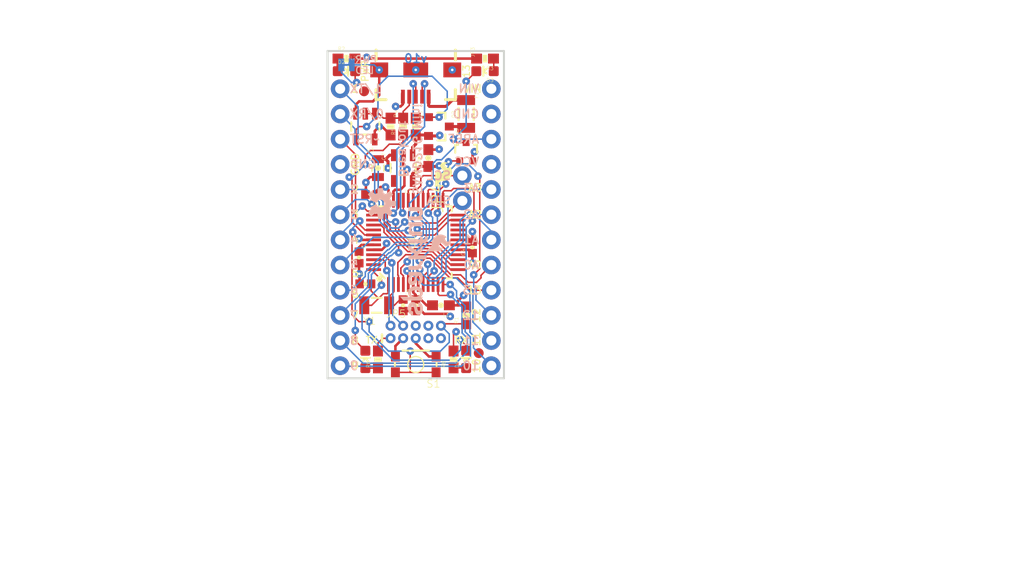
<source format=kicad_pcb>
(kicad_pcb (version 20211014) (generator pcbnew)
  (layers (0 "F.Cu" signal) (1 "In1.Cu" signal) (2 "In2.Cu" signal) (31 "B.Cu" signal) (34 "B.Paste" user) (35 "F.Paste" user) (36 "B.SilkS" user "B.Silkscreen") (37 "F.SilkS" user "F.Silkscreen") (38 "B.Mask" user) (39 "F.Mask" user) (44 "Edge.Cuts" user))
  (net 0 "")
  (net 1 "GND")
  (net 2 "3.3V")
  (net 3 "VDDCORE")
  (net 4 "VDDANA")
  (net 5 "N$2")
  (net 6 "N$4")
  (net 7 "~{RESET}")
  (net 8 "USB_D+")
  (net 9 "USB_D-")
  (net 10 "D1/TXO")
  (net 11 "D0/RXI")
  (net 12 "D4")
  (net 13 "D3")
  (net 14 "D2")
  (net 15 "D5")
  (net 16 "D6")
  (net 17 "D7")
  (net 18 "D8")
  (net 19 "D9")
  (net 20 "VIN")
  (net 21 "A3")
  (net 22 "A2")
  (net 23 "A1")
  (net 24 "A0")
  (net 25 "D13/SCK")
  (net 26 "D12/MISO")
  (net 27 "D10/SS")
  (net 28 "N$5")
  (net 29 "N$6")
  (net 30 "D11/MOSI")
  (net 31 "SWCLK")
  (net 32 "SWDIO")
  (net 33 "N$3")
  (net 34 "SDA")
  (net 35 "SCL")
  (net 36 "N$1")
  (net 37 "N$7")
  (net 38 "N$8")
  (net 39 "USB_HOST_EN")
  (net 40 "N$9")
  (net 41 "RX_LED")
  (net 42 "TX_LED")
  (net 43 "N$10")
  (net 44 "N$11")
  (net 45 "AREF")
  (net 46 "N$12")
  (footprint "boardEagle:CRYSTAL-SMD-3.2X1.5MM" (layer "F.Cu") (at 144.5641 114.1476 180)
    (fp_text reference "Y1")
    (fp_text value "32.768kHz")
  )
  (footprint "boardEagle:SOT23-5" (layer "F.Cu") (at 143.4211 96.1136 180)
    (fp_text reference "U3")
    (fp_text value "74AHC1G125")
  )
  (footprint "boardEagle:2X5-PTH-1.27MM" (layer "F.Cu") (at 148.5011 116.8416)
    (fp_text reference "JP5")
    (fp_text value "CORTEX_DEBUGPTH")
  )
  (footprint "boardEagle:0603-RES" (layer "F.Cu") (at 148.5011 96.1136 -90)
    (fp_text reference "R7")
    (fp_text value "47K")
  )
  (footprint "boardEagle:0402-CAP" (layer "F.Cu") (at 142.7861 109.3216 -90)
    (fp_text reference "C2")
    (fp_text value "0.1uF")
  )
  (footprint "boardEagle:1X12_NO_SILK" (layer "F.Cu") (at 156.1211 92.3036 -90)
    (fp_text reference "JP2" hide)
    (fp_text value "" hide)
  )
  (footprint "boardEagle:SOT23-3" (layer "F.Cu") (at 150.7871 96.1136 -90)
    (fp_text reference "Q2")
    (fp_text value "2.5A/30V")
  )
  (footprint "boardEagle:0603" (layer "F.Cu") (at 151.0411 114.1476 180)
    (fp_text reference "L1")
    (fp_text value "FB - 30Ohm")
  )
  (footprint "boardEagle:SOT323" (layer "F.Cu") (at 153.5811 98.6536)
    (fp_text reference "Q1")
    (fp_text value "2N7002PW")
  )
  (footprint "boardEagle:1X02_NO_SILK" (layer "F.Cu") (at 153.2001 103.6066 90)
    (fp_text reference "JP4")
    (fp_text value "")
  )
  (footprint "boardEagle:0603-CAP" (layer "F.Cu") (at 149.7711 99.2886 90)
    (fp_text reference "C8")
    (fp_text value "2.2uF")
  )
  (footprint "boardEagle:0402-CAP" (layer "F.Cu") (at 144.0053 102.9716 180)
    (fp_text reference "C1")
    (fp_text value "0.1uF")
  )
  (footprint "boardEagle:TACTILE_SWITCH_SMD_4.6X2.8MM" (layer "F.Cu") (at 148.5011 120.1166 180)
    (fp_text reference "S1")
    (fp_text value "RESET")
  )
  (footprint "boardEagle:0603-RES" (layer "F.Cu") (at 153.5811 115.1636 90)
    (fp_text reference "R1")
    (fp_text value "10K")
  )
  (footprint "boardEagle:0402-CAP" (layer "F.Cu") (at 143.4211 111.9886)
    (fp_text reference "C5")
    (fp_text value "15pF")
  )
  (footprint "boardEagle:CREATIVE_COMMONS" (layer "F.Cu") (at 126.9111 140.5636)
    (fp_text reference "FRAME1" hide)
    (fp_text value "FRAME-LETTER" hide)
  )
  (footprint "boardEagle:FIDUCIAL-1X2" (layer "F.Cu") (at 154.8511 118.9736)
    (fp_text reference "FID1" hide)
    (fp_text value "FIDUCIAL1X2" hide)
  )
  (footprint "boardEagle:0402-CAP" (layer "F.Cu") (at 147.2311 114.1476 -90)
    (fp_text reference "C6")
    (fp_text value "15pF")
  )
  (footprint "boardEagle:0603-RES" (layer "F.Cu") (at 144.6911 119.6086 90)
    (fp_text reference "R6")
    (fp_text value "330")
  )
  (footprint "boardEagle:LED-0603" (layer "F.Cu") (at 155.4861 90.5256 90)
    (fp_text reference "D3")
    (fp_text value "BLUE")
  )
  (footprint "boardEagle:LED-0603" (layer "F.Cu") (at 143.4211 119.6086)
    (fp_text reference "D1")
    (fp_text value "GREEN")
  )
  (footprint "boardEagle:PTC-1206" (layer "F.Cu") (at 153.5811 94.8436 -90)
    (fp_text reference "F1")
    (fp_text value "500mA")
  )
  (footprint "boardEagle:0603-RES" (layer "F.Cu") (at 141.5161 89.2556)
    (fp_text reference "R2")
    (fp_text value "330")
  )
  (footprint "boardEagle:FIDUCIAL-1X2" (layer "F.Cu") (at 143.2941 92.5576)
    (fp_text reference "FID2" hide)
    (fp_text value "FIDUCIAL1X2" hide)
  )
  (footprint "boardEagle:0603-RES" (layer "F.Cu") (at 145.9611 96.1136 -90)
    (fp_text reference "R4")
    (fp_text value "100k")
  )
  (footprint "boardEagle:SOT23-5" (layer "F.Cu") (at 147.2311 100.3046 180)
    (fp_text reference "U2")
    (fp_text value "3.3V")
  )
  (footprint "boardEagle:LED-0603" (layer "F.Cu") (at 141.5161 90.5256 -90)
    (fp_text reference "D2")
    (fp_text value "RED")
  )
  (footprint "boardEagle:SFE_LOGO_FLAME_.1" (layer "F.Cu") (at 150.1521 102.5906)
    (fp_text reference "LOGO1" hide)
    (fp_text value "SFE_LOGO_FLAME.1_INCH" hide)
  )
  (footprint "boardEagle:0603-RES" (layer "F.Cu") (at 155.4861 89.2556 180)
    (fp_text reference "R3")
    (fp_text value "330")
  )
  (footprint "boardEagle:LED-0603" (layer "F.Cu") (at 153.5811 119.6086)
    (fp_text reference "D4")
    (fp_text value "Yellow")
  )
  (footprint "boardEagle:0603-RES" (layer "F.Cu") (at 152.3111 119.6086 90)
    (fp_text reference "R8")
    (fp_text value "330")
  )
  (footprint "boardEagle:0402-CAP" (layer "F.Cu") (at 148.5011 114.1476 -90)
    (fp_text reference "C3")
    (fp_text value "0.1uF")
  )
  (footprint "boardEagle:USB-AB-MICRO-SMD_V03" (layer "F.Cu") (at 148.5011 90.3986 -90)
    (fp_text reference "JP3")
    (fp_text value "")
  )
  (footprint "boardEagle:1X12_NO_SILK" (layer "F.Cu") (at 140.8811 120.2436 90)
    (fp_text reference "JP1" hide)
    (fp_text value "" hide)
  )
  (footprint "boardEagle:0603-RES" (layer "F.Cu") (at 147.2311 96.1136 90)
    (fp_text reference "R5")
    (fp_text value "330")
  )
  (footprint "boardEagle:0805-CAP" (layer "F.Cu") (at 144.6911 100.3046 -90)
    (fp_text reference "C7")
    (fp_text value "1.0uF")
  )
  (footprint "boardEagle:0402-CAP" (layer "F.Cu") (at 154.2161 108.3056 90)
    (fp_text reference "C4")
    (fp_text value "0.1uF")
  )
  (footprint "boardEagle:TQFP-48" (layer "F.Cu") (at 148.5011 107.7976 90)
    (fp_text reference "U1")
    (fp_text value "ATSAMD21G-A")
  )
  (footprint "boardEagle:OSHW-LOGO-S" (layer "B.Cu") (at 144.9451 103.886 90)
    (fp_text reference "LOGO2" hide)
    (fp_text value "OSHW-LOGOS" hide)
  )
  (footprint "boardEagle:PAD-JUMPER-2-NC_BY_TRACE_NO_SILK" (layer "B.Cu") (at 141.5161 89.8906 180)
    (fp_text reference "SJ1")
    (fp_text value "PWR-LED")
  )
  (footprint "boardEagle:SFE_LOGO_NAME_FLAME_.1" (layer "B.Cu") (at 146.8247 115.57 90)
    (fp_text reference "LOGO3" hide)
    (fp_text value "SFE_LOGO_NAME_FLAME.1_INCH" hide)
  )
  (gr_line (start 139.6111 88.4936) (end 157.3911 88.4936) (layer "Edge.Cuts") (width 0.2032))
  (gr_line (start 157.3911 121.5136) (end 139.6111 121.5136) (layer "Edge.Cuts") (width 0.2032))
  (gr_line (start 139.6111 121.5136) (end 139.6111 88.4936) (layer "Edge.Cuts") (width 0.2032))
  (gr_line (start 157.3911 88.4936) (end 157.3911 121.5136) (layer "Edge.Cuts") (width 0.2032))
  (gr_text "v10" (at 148.5011 88.7476) (layer "B.Cu") (effects (font (size 0.8636 0.8636) (thickness 0.1524)) (justify top mirror)))
  (gr_text "A2" (at 154.9781 105.0036) (layer "B.SilkS") (effects (font (size 0.8636 0.8636) (thickness 0.1524)) (justify left mirror)))
  (gr_text "8" (at 141.7701 117.7036) (layer "B.SilkS") (effects (font (size 0.8636 0.8636) (thickness 0.1524)) (justify right mirror)))
  (gr_text "AREF" (at 154.9781 97.3836) (layer "B.SilkS") (effects (font (size 0.8636 0.8636) (thickness 0.1524)) (justify left mirror)))
  (gr_text "VIN" (at 154.9781 92.3036) (layer "B.SilkS") (effects (font (size 0.8636 0.8636) (thickness 0.1524)) (justify left mirror)))
  (gr_text "13" (at 154.9781 112.6236) (layer "B.SilkS") (effects (font (size 0.8636 0.8636) (thickness 0.1524)) (justify left mirror)))
  (gr_text "~RST" (at 141.7701 97.3836) (layer "B.SilkS") (effects (font (size 0.8636 0.8636) (thickness 0.1524)) (justify right mirror)))
  (gr_text "PWR\nLED" (at 142.3289 89.8906) (layer "B.SilkS") (effects (font (size 0.69088 0.69088) (thickness 0.12192)) (justify right mirror)))
  (gr_text "10" (at 154.9781 120.2436) (layer "B.SilkS") (effects (font (size 0.8636 0.8636) (thickness 0.1524)) (justify left mirror)))
  (gr_text "GND" (at 154.9781 94.8436) (layer "B.SilkS") (effects (font (size 0.8636 0.8636) (thickness 0.1524)) (justify left mirror)))
  (gr_text "3" (at 141.7701 105.0036) (layer "B.SilkS") (effects (font (size 0.8636 0.8636) (thickness 0.1524)) (justify right mirror)))
  (gr_text "12" (at 154.9781 115.1636) (layer "B.SilkS") (effects (font (size 0.8636 0.8636) (thickness 0.1524)) (justify left mirror)))
  (gr_text "1/TX" (at 141.7701 92.3036) (layer "B.SilkS") (effects (font (size 0.8636 0.8636) (thickness 0.1524)) (justify right mirror)))
  (gr_text "A3" (at 154.9781 102.3366) (layer "B.SilkS") (effects (font (size 0.8636 0.8636) (thickness 0.1524)) (justify left mirror)))
  (gr_text "7" (at 141.7701 115.1636) (layer "B.SilkS") (effects (font (size 0.8636 0.8636) (thickness 0.1524)) (justify right mirror)))
  (gr_text "GND" (at 141.7701 99.9236) (layer "B.SilkS") (effects (font (size 0.8636 0.8636) (thickness 0.1524)) (justify right mirror)))
  (gr_text "SAMD21G Mini\nBreakout" (at 149.1361 98.3742 -90) (layer "B.SilkS") (effects (font (size 0.8636 0.8636) (thickness 0.1524)) (justify top mirror)))
  (gr_text "5" (at 141.7701 110.0836) (layer "B.SilkS") (effects (font (size 0.8636 0.8636) (thickness 0.1524)) (justify right mirror)))
  (gr_text "0/RX" (at 141.7701 94.8436) (layer "B.SilkS") (effects (font (size 0.8636 0.8636) (thickness 0.1524)) (justify right mirror)))
  (gr_text "A0" (at 154.9781 110.0836) (layer "B.SilkS") (effects (font (size 0.8636 0.8636) (thickness 0.1524)) (justify left mirror)))
  (gr_text "VCC" (at 154.9781 99.6696) (layer "B.SilkS") (effects (font (size 0.8636 0.8636) (thickness 0.1524)) (justify left mirror)))
  (gr_text "6" (at 141.7701 112.6236) (layer "B.SilkS") (effects (font (size 0.8636 0.8636) (thickness 0.1524)) (justify right mirror)))
  (gr_text "4" (at 141.7701 107.5436) (layer "B.SilkS") (effects (font (size 0.8636 0.8636) (thickness 0.1524)) (justify right mirror)))
  (gr_text "9" (at 141.7701 120.2436) (layer "B.SilkS") (effects (font (size 0.8636 0.8636) (thickness 0.1524)) (justify right mirror)))
  (gr_text "SCL" (at 152.1333 101.0666) (layer "B.SilkS") (effects (font (size 0.8636 0.8636) (thickness 0.1524)) (justify left mirror)))
  (gr_text "A1" (at 154.9781 107.5436) (layer "B.SilkS") (effects (font (size 0.8636 0.8636) (thickness 0.1524)) (justify left mirror)))
  (gr_text "11" (at 154.9781 117.7036) (layer "B.SilkS") (effects (font (size 0.8636 0.8636) (thickness 0.1524)) (justify left mirror)))
  (gr_text "SDA" (at 152.1333 103.6066) (layer "B.SilkS") (effects (font (size 0.8636 0.8636) (thickness 0.1524)) (justify left mirror)))
  (gr_text "2" (at 141.7701 102.4636) (layer "B.SilkS") (effects (font (size 0.8636 0.8636) (thickness 0.1524)) (justify right mirror)))
  (gr_text "A0" (at 155.2321 110.0836) (layer "F.SilkS") (effects (font (size 0.75565 0.75565) (thickness 0.13335)) (justify right)))
  (gr_text "PWR" (at 142.9893 90.5256 90) (layer "F.SilkS") (effects (font (size 0.69088 0.69088) (thickness 0.12192)) (justify top)))
  (gr_text "12" (at 155.067 115.1636 90) (layer "F.SilkS") (effects (font (size 0.75565 0.75565) (thickness 0.13335)) (justify bottom)))
  (gr_text "RX" (at 153.0731 118.0592) (layer "F.SilkS") (effects (font (size 0.69088 0.69088) (thickness 0.12192)) (justify bottom)))
  (gr_text "8" (at 141.9606 117.7036) (layer "F.SilkS") (effects (font (size 0.75565 0.75565) (thickness 0.13335)) (justify left)))
  (gr_text "3" (at 141.9606 105.0036) (layer "F.SilkS") (effects (font (size 0.75565 0.75565) (thickness 0.13335)) (justify left)))
  (gr_text "11" (at 155.067 117.5512 90) (layer "F.SilkS") (effects (font (size 0.75565 0.75565) (thickness 0.13335)) (justify bottom)))
  (gr_text "10" (at 155.067 120.2436 90) (layer "F.SilkS") (effects (font (size 0.75565 0.75565) (thickness 0.13335)) (justify bottom)))
  (gr_text "TX" (at 144.0561 118.0592) (layer "F.SilkS") (effects (font (size 0.69088 0.69088) (thickness 0.12192)) (justify bottom)))
  (gr_text "9" (at 141.9606 120.2436) (layer "F.SilkS") (effects (font (size 0.75565 0.75565) (thickness 0.13335)) (justify left)))
  (gr_text "7" (at 141.9606 115.1636) (layer "F.SilkS") (effects (font (size 0.75565 0.75565) (thickness 0.13335)) (justify left)))
  (gr_text "2" (at 141.9606 102.4636) (layer "F.SilkS") (effects (font (size 0.75565 0.75565) (thickness 0.13335)) (justify left)))
  (gr_text "A3" (at 155.2575 102.2858) (layer "F.SilkS") (effects (font (size 0.75565 0.75565) (thickness 0.13335)) (justify right)))
  (gr_text "5" (at 141.9606 110.9091) (layer "F.SilkS") (effects (font (size 0.75565 0.75565) (thickness 0.13335)) (justify left)))
  (gr_text "GND" (at 141.9606 99.9236 90) (layer "F.SilkS") (effects (font (size 0.75565 0.75565) (thickness 0.13335)) (justify top)))
  (gr_text "A2" (at 155.2575 105.0036) (layer "F.SilkS") (effects (font (size 0.75565 0.75565) (thickness 0.13335)) (justify right)))
  (gr_text "1" (at 141.9606 92.3036) (layer "F.SilkS") (effects (font (size 0.75565 0.75565) (thickness 0.13335)) (justify left)))
  (gr_text "4" (at 141.9606 107.5436) (layer "F.SilkS") (effects (font (size 0.75565 0.75565) (thickness 0.13335)) (justify left)))
  (gr_text "VIN" (at 155.2321 92.3036) (layer "F.SilkS") (effects (font (size 0.75565 0.75565) (thickness 0.13335)) (justify right)))
  (gr_text "13" (at 155.2321 112.6236) (layer "F.SilkS") (effects (font (size 0.75565 0.75565) (thickness 0.13335)) (justify right)))
  (gr_text "13" (at 154.0129 90.5256 90) (layer "F.SilkS") (effects (font (size 0.69088 0.69088) (thickness 0.12192)) (justify bottom)))
  (gr_text "6" (at 141.9606 113.0046) (layer "F.SilkS") (effects (font (size 0.75565 0.75565) (thickness 0.13335)) (justify left)))
  (segment (start 142.7861 110.9552) (end 142.8075 110.9766) (width 0.1524) (layer "F.Cu") (net 1))
  (segment (start 149.3647 115.0112) (end 151.7269 115.0112) (width 0.254) (layer "F.Cu") (net 1))
  (segment (start 147.2311 114.7276) (end 148.5011 114.7276) (width 0.254) (layer "F.Cu") (net 1))
  (segment (start 147.7511 112.0476) (end 147.7511 110.8082) (width 0.254) (layer "F.Cu") (net 1))
  (segment (start 143.4761 102.4086) (end 143.4211 102.4636) (width 0.254) (layer "F.Cu") (net 1))
  (segment (start 151.7269 115.0112) (end 151.9809 115.2652) (width 0.254) (layer "F.Cu") (net 1))
  (segment (start 147.6121 100.4316) (end 147.3581 100.6856) (width 0.254) (layer "F.Cu") (net 1))
  (segment (start 148.5011 114.7276) (end 149.0811 114.7276) (width 0.254) (layer "F.Cu") (net 1))
  (segment (start 147.2011 93.8576) (end 146.9771 94.0816) (width 0.254) (layer "F.Cu") (net 1))
  (segment (start 142.4711 93.8886) (end 142.7861 93.5736) (width 0.254) (layer "F.Cu") (net 1))
  (segment (start 143.4761 101.7566) (end 143.4761 102.4086) (width 0.254) (layer "F.Cu") (net 1))
  (segment (start 147.2311 100.0506) (end 147.6121 100.4316) (width 0.254) (layer "F.Cu") (net 1))
  (segment (start 143.9181 101.2046) (end 143.4761 101.6466) (width 0.254) (layer "F.Cu") (net 1))
  (segment (start 142.7861 93.5736) (end 144.1831 93.5736) (width 0.254) (layer "F.Cu") (net 1))
  (segment (start 146.4511 119.3166) (end 146.4511 118.2566) (width 0.254) (layer "F.Cu") (net 1))
  (segment (start 147.2011 93.0986) (end 147.2011 93.8576) (width 0.254) (layer "F.Cu") (net 1))
  (segment (start 143.4211 102.4636) (end 143.4211 102.9674) (width 0.254) (layer "F.Cu") (net 1))
  (segment (start 146.9771 94.0816) (end 146.4721 94.0816) (width 0.254) (layer "F.Cu") (net 1))
  (segment (start 142.7861 109.9016) (end 142.7861 110.9552) (width 0.254) (layer "F.Cu") (net 1))
  (segment (start 144.2511 107.5476) (end 142.9091 107.5476) (width 0.254) (layer "F.Cu") (net 1))
  (segment (start 146.9517 102.489) (end 147.3581 102.0826) (width 0.254) (layer "F.Cu") (net 1))
  (segment (start 143.4761 101.7566) (end 143.4761 101.6466) (width 0.1524) (layer "F.Cu") (net 1))
  (segment (start 147.2311 99.0045) (end 147.2311 100.0506) (width 0.254) (layer "F.Cu") (net 1))
  (segment (start 150.8243 98.4386) (end 150.8633 98.3996) (width 0.254) (layer "F.Cu") (net 1))
  (segment (start 150.5511 119.3166) (end 149.8331 119.3166) (width 0.254) (layer "F.Cu") (net 1))
  (segment (start 154.2311 99.5786) (end 154.2311 98.8418) (width 0.254) (layer "F.Cu") (net 1))
  (segment (start 144.6941 90.5256) (end 144.8211 90.3986) (width 0.254) (layer "F.Cu") (net 1))
  (segment (start 146.2511 102.6562) (end 146.4183 102.489) (width 0.254) (layer "F.Cu") (net 1))
  (segment (start 146.2511 103.5476) (end 146.2511 102.6562) (width 0.254) (layer "F.Cu") (net 1))
  (segment (start 142.8411 111.0102) (end 142.8075 110.9766) (width 0.254) (layer "F.Cu") (net 1))
  (segment (start 146.4183 102.489) (end 146.9517 102.489) (width 0.254) (layer "F.Cu") (net 1))
  (segment (start 143.4211 102.9674) (end 143.4253 102.9716) (width 0.1524) (layer "F.Cu") (net 1))
  (segment (start 147.7511 110.8082) (end 147.6241 110.6812) (width 0.254) (layer "F.Cu") (net 1))
  (segment (start 142.8411 111.9886) (end 142.8411 111.0102) (width 0.254) (layer "F.Cu") (net 1))
  (segment (start 144.8211 90.3986) (end 144.8211 92.9356) (width 0.254) (layer "F.Cu") (net 1))
  (segment (start 154.2311 98.8418) (end 154.4193 98.6536) (width 0.254) (layer "F.Cu") (net 1))
  (segment (start 153.8941 108.0476) (end 152.7511 108.0476) (width 0.254) (layer "F.Cu") (net 1))
  (segment (start 149.8331 119.3166) (end 148.5011 117.9846) (width 0.254) (layer "F.Cu") (net 1))
  (segment (start 154.2161 107.7256) (end 153.8941 108.0476) (width 0.254) (layer "F.Cu") (net 1))
  (segment (start 154.2161 107.7256) (end 154.2161 106.7054) (width 0.254) (layer "F.Cu") (net 1))
  (segment (start 147.3581 100.6856) (end 147.3581 102.0826) (width 0.254) (layer "F.Cu") (net 1))
  (segment (start 149.0811 114.7276) (end 149.3647 115.0112) (width 0.254) (layer "F.Cu") (net 1))
  (segment (start 142.9091 107.5476) (end 142.7821 107.4206) (width 0.254) (layer "F.Cu") (net 1))
  (segment (start 147.2311 117.4766) (end 146.4511 118.2566) (width 0.254) (layer "F.Cu") (net 1))
  (segment (start 142.4711 94.8135) (end 142.4711 93.8886) (width 0.254) (layer "F.Cu") (net 1))
  (segment (start 149.7711 98.4386) (end 150.8243 98.4386) (width 0.254) (layer "F.Cu") (net 1))
  (segment (start 144.1831 93.5736) (end 144.8211 92.9356) (width 0.254) (layer "F.Cu") (net 1))
  (segment (start 148.5011 117.9846) (end 148.5011 117.4766) (width 0.254) (layer "F.Cu") (net 1))
  (segment (start 144.6911 101.2046) (end 143.9181 101.2046) (width 0.254) (layer "F.Cu") (net 1))
  (via (at 142.7821 107.4206) (size 0.762) (drill 0.254) (layers "F.Cu" "B.Cu") (net 1))
  (via (at 146.4721 94.0816) (size 0.762) (drill 0.254) (layers "F.Cu" "B.Cu") (net 1))
  (via (at 148.5011 90.3986) (size 0.762) (drill 0.254) (layers "F.Cu" "B.Cu") (net 1))
  (via (at 154.2161 106.7054) (size 0.762) (drill 0.254) (layers "F.Cu" "B.Cu") (net 1))
  (via (at 151.9809 115.2652) (size 0.762) (drill 0.254) (layers "F.Cu" "B.Cu") (net 1))
  (via (at 150.8633 98.3996) (size 0.762) (drill 0.254) (layers "F.Cu" "B.Cu") (net 1))
  (via (at 142.8075 110.9766) (size 0.762) (drill 0.254) (layers "F.Cu" "B.Cu") (net 1))
  (via (at 144.8211 90.3986) (size 0.762) (drill 0.254) (layers "F.Cu" "B.Cu") (net 1))
  (via (at 143.4761 101.7566) (size 0.762) (drill 0.254) (layers "F.Cu" "B.Cu") (net 1))
  (via (at 154.4193 98.6536) (size 0.762) (drill 0.254) (layers "F.Cu" "B.Cu") (net 1))
  (via (at 147.6241 110.6812) (size 0.762) (drill 0.254) (layers "F.Cu" "B.Cu") (net 1))
  (via (at 152.1811 90.3986) (size 0.762) (drill 0.254) (layers "F.Cu" "B.Cu") (net 1))
  (via (at 147.6121 100.4316) (size 0.762) (drill 0.254) (layers "F.Cu" "B.Cu") (net 1))
  (segment (start 144.3131 89.8906) (end 144.8211 90.3986) (width 0.1524) (layer "B.Cu") (net 1))
  (segment (start 142.0241 89.8906) (end 144.3131 89.8906) (width 0.1524) (layer "B.Cu") (net 1))
  (segment (start 145.0841 108.5476) (end 145.5547 108.077) (width 0.254) (layer "F.Cu") (net 2))
  (segment (start 142.3661 89.2556) (end 143.4211 89.2556) (width 0.254) (layer "F.Cu") (net 2))
  (segment (start 144.6911 118.7586) (end 144.6911 117.9576) (width 0.1524) (layer "F.Cu") (net 2))
  (segment (start 143.6751 89.2556) (end 143.5481 89.1286) (width 0.254) (layer "F.Cu") (net 2))
  (segment (start 144.9451 102.2096) (end 144.5853 102.5694) (width 0.254) (layer "F.Cu") (net 2))
  (segment (start 145.4531 102.2096) (end 144.9451 102.2096) (width 0.254) (layer "F.Cu") (net 2))
  (segment (start 148.1811 101.6047) (end 148.1811 100.8786) (width 0.3048) (layer "F.Cu") (net 2))
  (segment (start 152.7556 113.7031) (end 152.7556 114.1476) (width 0.254) (layer "F.Cu") (net 2))
  (segment (start 154.2161 109.9058) (end 154.2161 108.8856) (width 0.254) (layer "F.Cu") (net 2))
  (segment (start 153.4151 114.1476) (end 153.5811 114.3136) (width 0.254) (layer "F.Cu") (net 2))
  (segment (start 144.5853 102.9716) (end 144.5853 102.5694) (width 0.254) (layer "F.Cu") (net 2))
  (segment (start 148.9211 100.1386) (end 148.1811 100.8786) (width 0.3048) (layer "F.Cu") (net 2))
  (segment (start 150.8007 100.1386) (end 150.8633 100.076) (width 0.3048) (layer "F.Cu") (net 2))
  (segment (start 145.5547 107.8992) (end 145.5547 108.077) (width 0.254) (layer "F.Cu") (net 2))
  (segment (start 152.7511 108.5476) (end 153.8781 108.5476) (width 0.254) (layer "F.Cu") (net 2))
  (segment (start 145.9611 117.4766) (end 145.1721 117.4766) (width 0.1524) (layer "F.Cu") (net 2))
  (segment (start 152.3111 117.0686) (end 152.5651 116.8146) (width 0.1524) (layer "F.Cu") (net 2))
  (segment (start 145.7511 103.5476) (end 145.7511 102.5076) (width 0.254) (layer "F.Cu") (net 2))
  (segment (start 153.8781 108.5476) (end 154.2161 108.8856) (width 0.254) (layer "F.Cu") (net 2))
  (segment (start 144.6911 117.9576) (end 145.1721 117.4766) (width 0.1524) (layer "F.Cu") (net 2))
  (segment (start 149.7711 100.1386) (end 150.8007 100.1386) (width 0.3048) (layer "F.Cu") (net 2))
  (segment (start 153.3271 113.1316) (end 152.7556 113.7031) (width 0.254) (layer "F.Cu") (net 2))
  (segment (start 152.3111 118.7586) (end 152.3111 117.0686) (width 0.1524) (layer "F.Cu") (net 2))
  (segment (start 152.7556 114.1476) (end 153.4151 114.1476) (width 0.254) (layer "F.Cu") (net 2))
  (segment (start 143.4211 89.2556) (end 143.5481 89.1286) (width 0.254) (layer "F.Cu") (net 2))
  (segment (start 145.7511 102.5076) (end 145.4531 102.2096) (width 0.254) (layer "F.Cu") (net 2))
  (segment (start 144.2511 108.5476) (end 145.0841 108.5476) (width 0.254) (layer "F.Cu") (net 2))
  (segment (start 154.6361 89.2556) (end 143.6751 89.2556) (width 0.254) (layer "F.Cu") (net 2))
  (segment (start 151.8911 114.1476) (end 152.7556 114.1476) (width 0.254) (layer "F.Cu") (net 2))
  (segment (start 148.9211 100.1386) (end 149.7711 100.1386) (width 0.3048) (layer "F.Cu") (net 2))
  (via (at 143.5481 89.1286) (size 0.762) (drill 0.254) (layers "F.Cu" "B.Cu") (net 2))
  (via (at 153.3271 113.1316) (size 0.762) (drill 0.254) (layers "F.Cu" "B.Cu") (net 2))
  (via (at 150.8633 100.076) (size 0.762) (drill 0.254) (layers "F.Cu" "B.Cu") (net 2))
  (via (at 145.4531 102.2096) (size 0.762) (drill 0.254) (layers "F.Cu" "B.Cu") (net 2))
  (via (at 145.5547 107.8992) (size 0.762) (drill 0.254) (layers "F.Cu" "B.Cu") (net 2))
  (via (at 152.5651 116.8146) (size 0.762) (drill 0.254) (layers "F.Cu" "B.Cu") (net 2))
  (via (at 154.2161 109.9058) (size 0.762) (drill 0.254) (layers "F.Cu" "B.Cu") (net 2))
  (segment (start 143.0441 108.0476) (end 142.7861 108.3056) (width 0.254) (layer "F.Cu") (net 3))
  (segment (start 142.7861 108.7416) (end 142.7861 108.3056) (width 0.254) (layer "F.Cu") (net 3))
  (segment (start 144.2511 108.0476) (end 143.0441 108.0476) (width 0.254) (layer "F.Cu") (net 3))
  (segment (start 150.1911 114.1476) (end 149.5933 114.1476) (width 0.254) (layer "F.Cu") (net 4))
  (segment (start 148.2511 112.0476) (end 148.2511 112.8562) (width 0.254) (layer "F.Cu") (net 4))
  (segment (start 149.5933 114.1476) (end 149.0133 113.5676) (width 0.254) (layer "F.Cu") (net 4))
  (segment (start 148.5011 113.1062) (end 148.2511 112.8562) (width 0.254) (layer "F.Cu") (net 4))
  (segment (start 148.5011 113.5676) (end 148.5011 113.1062) (width 0.254) (layer "F.Cu") (net 4))
  (segment (start 148.5011 113.5676) (end 149.0133 113.5676) (width 0.254) (layer "F.Cu") (net 4))
  (segment (start 144.7546 113.4491) (end 145.2245 112.9792) (width 0.1524) (layer "F.Cu") (net 5))
  (segment (start 145.7511 112.0476) (end 145.7511 112.8336) (width 0.1524) (layer "F.Cu") (net 5))
  (segment (start 144.0561 114.1476) (end 144.7546 113.4491) (width 0.1524) (layer "F.Cu") (net 5))
  (segment (start 145.2245 112.9792) (end 145.6055 112.9792) (width 0.1524) (layer "F.Cu") (net 5))
  (segment (start 143.3141 114.1476) (end 144.0561 114.1476) (width 0.1524) (layer "F.Cu") (net 5))
  (segment (start 144.0011 112.6956) (end 144.7546 113.4491) (width 0.1524) (layer "F.Cu") (net 5))
  (segment (start 145.6055 112.9792) (end 145.7511 112.8336) (width 0.1524) (layer "F.Cu") (net 5))
  (segment (start 144.0011 111.9886) (end 144.0011 112.6956) (width 0.1524) (layer "F.Cu") (net 5))
  (segment (start 145.8141 113.2786) (end 146.2511 112.8416) (width 0.1524) (layer "F.Cu") (net 6))
  (segment (start 147.2311 113.5676) (end 146.9221 113.5676) (width 0.1524) (layer "F.Cu") (net 6))
  (segment (start 145.8141 114.1476) (end 145.8141 113.2786) (width 0.1524) (layer "F.Cu") (net 6))
  (segment (start 146.9221 113.5676) (end 146.3421 114.1476) (width 0.1524) (layer "F.Cu") (net 6))
  (segment (start 146.2511 112.0476) (end 146.2511 112.8416) (width 0.1524) (layer "F.Cu") (net 6))
  (segment (start 146.3421 114.1476) (end 145.8141 114.1476) (width 0.1524) (layer "F.Cu") (net 6))
  (segment (start 147.9423 120.9166) (end 150.5511 120.9166) (width 0.1524) (layer "F.Cu") (net 7))
  (segment (start 142.0749 106.8324) (end 142.1511 106.7562) (width 0.1524) (layer "F.Cu") (net 7))
  (segment (start 147.9423 118.7704) (end 147.9423 120.9166) (width 0.1524) (layer "F.Cu") (net 7))
  (segment (start 142.4305 105.2068) (end 142.4305 98.933) (width 0.1524) (layer "F.Cu") (net 7))
  (segment (start 144.2511 106.5476) (end 143.3903 106.5476) (width 0.1524) (layer "F.Cu") (net 7))
  (segment (start 153.5811 116.0136) (end 151.2341 116.0136) (width 0.1524) (layer "F.Cu") (net 7))
  (segment (start 142.8623 106.0196) (end 142.8623 105.6386) (width 0.1524) (layer "F.Cu") (net 7))
  (segment (start 147.9423 120.9166) (end 146.4511 120.9166) (width 0.1524) (layer "F.Cu") (net 7))
  (segment (start 142.8623 105.6386) (end 142.4305 105.2068) (width 0.1524) (layer "F.Cu") (net 7))
  (segment (start 151.2341 116.0136) (end 151.0411 116.2066) (width 0.1524) (layer "F.Cu") (net 7))
  (segment (start 143.3903 106.5476) (end 142.8623 106.0196) (width 0.1524) (layer "F.Cu") (net 7))
  (segment (start 142.7861 115.7986) (end 142.0749 115.0874) (width 0.1524) (layer "F.Cu") (net 7))
  (segment (start 143.8021 115.7986) (end 142.7861 115.7986) (width 0.1524) (layer "F.Cu") (net 7))
  (segment (start 142.0749 106.8324) (end 142.0749 115.0874) (width 0.1524) (layer "F.Cu") (net 7))
  (segment (start 142.4305 98.933) (end 140.8811 97.3836) (width 0.1524) (layer "F.Cu") (net 7))
  (via (at 142.8623 105.6386) (size 0.762) (drill 0.254) (layers "F.Cu" "B.Cu") (net 7))
  (via (at 147.9423 118.7704) (size 0.762) (drill 0.254) (layers "F.Cu" "B.Cu") (net 7))
  (via (at 143.8021 115.7986) (size 0.762) (drill 0.254) (layers "F.Cu" "B.Cu") (net 7))
  (via (at 142.1511 106.7562) (size 0.762) (drill 0.254) (layers "F.Cu" "B.Cu") (net 7))
  (segment (start 143.8021 115.7986) (end 143.8021 116.8146) (width 0.1524) (layer "B.Cu") (net 7))
  (segment (start 142.1511 106.3498) (end 142.8623 105.6386) (width 0.1524) (layer "B.Cu") (net 7))
  (segment (start 151.8793 117.8814) (end 151.8793 117.0448) (width 0.1524) (layer "B.Cu") (net 7))
  (segment (start 151.8793 117.0448) (end 151.0411 116.2066) (width 0.1524) (layer "B.Cu") (net 7))
  (segment (start 145.7579 118.7704) (end 147.9423 118.7704) (width 0.1524) (layer "B.Cu") (net 7))
  (segment (start 150.9903 118.7704) (end 147.9423 118.7704) (width 0.1524) (layer "B.Cu") (net 7))
  (segment (start 150.9903 118.7704) (end 151.8793 117.8814) (width 0.1524) (layer "B.Cu") (net 7))
  (segment (start 142.1511 106.7562) (end 142.1511 106.3498) (width 0.1524) (layer "B.Cu") (net 7))
  (segment (start 143.8021 116.8146) (end 145.7579 118.7704) (width 0.1524) (layer "B.Cu") (net 7))
  (segment (start 146.7511 104.3432) (end 146.2431 104.8512) (width 0.1524) (layer "F.Cu") (net 8))
  (segment (start 148.5011 93.0986) (end 148.5011 92.0496) (width 0.1524) (layer "F.Cu") (net 8))
  (segment (start 148.5011 92.0496) (end 148.2471 91.7956) (width 0.1524) (layer "F.Cu") (net 8))
  (segment (start 146.7511 103.5476) (end 146.7511 104.3432) (width 0.1524) (layer "F.Cu") (net 8))
  (via (at 146.2431 104.8512) (size 0.762) (drill 0.254) (layers "F.Cu" "B.Cu") (net 8))
  (via (at 148.2471 91.7956) (size 0.762) (drill 0.254) (layers "F.Cu" "B.Cu") (net 8))
  (segment (start 146.2431 104.8512) (end 146.5961 104.4982) (width 0.1524) (layer "B.Cu") (net 8))
  (segment (start 146.5961 104.4982) (end 146.5961 98.3996) (width 0.1524) (layer "B.Cu") (net 8))
  (segment (start 148.2471 91.7956) (end 148.2471 96.7486) (width 0.1524) (layer "B.Cu") (net 8))
  (segment (start 148.2471 96.7486) (end 146.5961 98.3996) (width 0.1524) (layer "B.Cu") (net 8))
  (segment (start 147.2511 103.5476) (end 147.2511 104.7623) (width 0.1524) (layer "F.Cu") (net 9))
  (segment (start 149.1511 92.0346) (end 149.3901 91.7956) (width 0.1524) (layer "F.Cu") (net 9))
  (segment (start 149.1511 93.0986) (end 149.1511 92.0346) (width 0.1524) (layer "F.Cu") (net 9))
  (segment (start 147.2511 104.7623) (end 147.1749 104.8385) (width 0.1524) (layer "F.Cu") (net 9))
  (via (at 149.3901 91.7956) (size 0.762) (drill 0.254) (layers "F.Cu" "B.Cu") (net 9))
  (via (at 147.1749 104.8385) (size 0.762) (drill 0.254) (layers "F.Cu" "B.Cu") (net 9))
  (segment (start 146.9771 98.5266) (end 149.3901 96.1136) (width 0.1524) (layer "B.Cu") (net 9))
  (segment (start 146.9771 104.6407) (end 147.1749 104.8385) (width 0.1524) (layer "B.Cu") (net 9))
  (segment (start 146.9771 104.6407) (end 146.9771 98.5266) (width 0.1524) (layer "B.Cu") (net 9))
  (segment (start 149.3901 96.1136) (end 149.3901 91.7956) (width 0.1524) (layer "B.Cu") (net 9))
  (segment (start 150.6093 108.1278) (end 147.9677 108.1278) (width 0.1524) (layer "F.Cu") (net 10))
  (segment (start 152.0291 109.5476) (end 150.6093 108.1278) (width 0.1524) (layer "F.Cu") (net 10))
  (segment (start 152.7511 109.5476) (end 152.0291 109.5476) (width 0.1524) (layer "F.Cu") (net 10))
  (segment (start 147.9677 108.1278) (end 146.4691 106.6292) (width 0.1524) (layer "F.Cu") (net 10))
  (segment (start 146.4691 106.6292) (end 146.4691 105.7402) (width 0.1524) (layer "F.Cu") (net 10))
  (via (at 146.4691 105.7402) (size 0.762) (drill 0.254) (layers "F.Cu" "B.Cu") (net 10))
  (segment (start 145.8595 105.7402) (end 145.5039 105.3846) (width 0.1524) (layer "B.Cu") (net 10))
  (segment (start 145.5039 105.3846) (end 145.5039 103.5304) (width 0.1524) (layer "B.Cu") (net 10))
  (segment (start 144.7165 102.743) (end 144.7165 99.6696) (width 0.1524) (layer "B.Cu") (net 10))
  (segment (start 142.6845 97.6376) (end 144.7165 99.6696) (width 0.1524) (layer "B.Cu") (net 10))
  (segment (start 145.5039 103.5304) (end 144.7165 102.743) (width 0.1524) (layer "B.Cu") (net 10))
  (segment (start 142.6845 94.107) (end 142.6845 97.6376) (width 0.1524) (layer "B.Cu") (net 10))
  (segment (start 146.4691 105.7402) (end 145.8595 105.7402) (width 0.1524) (layer "B.Cu") (net 10))
  (segment (start 140.8811 92.3036) (end 142.6845 94.107) (width 0.1524) (layer "B.Cu") (net 10))
  (segment (start 152.0371 109.0476) (end 150.8125 107.823) (width 0.1524) (layer "F.Cu") (net 11))
  (segment (start 147.3835 105.7402) (end 146.7739 106.3498) (width 0.1524) (layer "F.Cu") (net 11))
  (segment (start 146.7739 106.5022) (end 146.7739 106.3498) (width 0.1524) (layer "F.Cu") (net 11))
  (segment (start 152.7511 109.0476) (end 152.0371 109.0476) (width 0.1524) (layer "F.Cu") (net 11))
  (segment (start 150.8125 107.823) (end 148.0947 107.823) (width 0.1524) (layer "F.Cu") (net 11))
  (segment (start 148.0947 107.823) (end 146.7739 106.5022) (width 0.1524) (layer "F.Cu") (net 11))
  (via (at 147.3835 105.7402) (size 0.762) (drill 0.254) (layers "F.Cu" "B.Cu") (net 11))
  (segment (start 145.1991 105.5116) (end 146.0373 106.3498) (width 0.1524) (layer "B.Cu") (net 11))
  (segment (start 140.8811 94.8436) (end 142.3797 96.3422) (width 0.1524) (layer "B.Cu") (net 11))
  (segment (start 144.3609 99.8474) (end 144.3609 102.8192) (width 0.1524) (layer "B.Cu") (net 11))
  (segment (start 145.1991 105.5116) (end 145.1991 103.6574) (width 0.1524) (layer "B.Cu") (net 11))
  (segment (start 142.3797 96.3422) (end 142.3797 97.8662) (width 0.1524) (layer "B.Cu") (net 11))
  (segment (start 142.3797 97.8662) (end 144.3609 99.8474) (width 0.1524) (layer "B.Cu") (net 11))
  (segment (start 146.7739 106.3498) (end 147.3835 105.7402) (width 0.1524) (layer "B.Cu") (net 11))
  (segment (start 144.3609 102.8192) (end 145.1991 103.6574) (width 0.1524) (layer "B.Cu") (net 11))
  (segment (start 146.0373 106.3498) (end 146.7739 106.3498) (width 0.1524) (layer "B.Cu") (net 11))
  (segment (start 150.2029 108.7374) (end 147.7137 108.7374) (width 0.1524) (layer "F.Cu") (net 12))
  (segment (start 145.3261 105.918) (end 145.3261 104.87406) (width 0.1524) (layer "F.Cu") (net 12))
  (segment (start 152.7511 110.5476) (end 152.0131 110.5476) (width 0.1524) (layer "F.Cu") (net 12))
  (segment (start 152.0131 110.5476) (end 150.2029 108.7374) (width 0.1524) (layer "F.Cu") (net 12))
  (segment (start 143.6243 104.648) (end 143.1163 104.14) (width 0.1524) (layer "F.Cu") (net 12))
  (segment (start 147.7137 108.7374) (end 145.6055 106.6292) (width 0.1524) (layer "F.Cu") (net 12))
  (segment (start 145.6055 106.1974) (end 145.3261 105.918) (width 0.1524) (layer "F.Cu") (net 12))
  (segment (start 145.3261 104.87406) (end 145.10004 104.648) (width 0.1524) (layer "F.Cu") (net 12))
  (segment (start 145.6055 106.6292) (end 145.6055 106.1974) (width 0.1524) (layer "F.Cu") (net 12))
  (segment (start 145.10004 104.648) (end 143.6243 104.648) (width 0.1524) (layer "F.Cu") (net 12))
  (via (at 143.1163 104.14) (size 0.762) (drill 0.254) (layers "F.Cu" "B.Cu") (net 12))
  (segment (start 142.1511 105.1052) (end 142.1511 105.7656) (width 0.1524) (layer "B.Cu") (net 12))
  (segment (start 142.1511 105.7656) (end 140.8811 107.0356) (width 0.1524) (layer "B.Cu") (net 12))
  (segment (start 140.8811 107.0356) (end 140.8811 107.5436) (width 0.1524) (layer "B.Cu") (net 12))
  (segment (start 143.1163 104.14) (end 142.1511 105.1052) (width 0.1524) (layer "B.Cu") (net 12))
  (segment (start 145.9103 106.5022) (end 147.8407 108.4326) (width 0.1524) (layer "F.Cu") (net 13))
  (segment (start 150.4061 108.4326) (end 147.8407 108.4326) (width 0.1524) (layer "F.Cu") (net 13))
  (segment (start 145.2499 104.3432) (end 144.457421 104.3432) (width 0.1524) (layer "F.Cu") (net 13))
  (segment (start 152.0211 110.0476) (end 150.4061 108.4326) (width 0.1524) (layer "F.Cu") (net 13))
  (segment (start 144.457421 104.3432) (end 144.061181 103.94696) (width 0.1524) (layer "F.Cu") (net 13))
  (segment (start 145.6309 105.791) (end 145.9103 106.0704) (width 0.1524) (layer "F.Cu") (net 13))
  (segment (start 145.9103 106.0704) (end 145.9103 106.5022) (width 0.1524) (layer "F.Cu") (net 13))
  (segment (start 152.7511 110.0476) (end 152.0211 110.0476) (width 0.1524) (layer "F.Cu") (net 13))
  (segment (start 145.6309 104.7242) (end 145.2499 104.3432) (width 0.1524) (layer "F.Cu") (net 13))
  (segment (start 145.6309 105.791) (end 145.6309 104.7242) (width 0.1524) (layer "F.Cu") (net 13))
  (via (at 144.061181 103.94696) (size 0.762) (drill 0.254) (layers "F.Cu" "B.Cu") (net 13))
  (segment (start 143.593821 103.4796) (end 142.4051 103.4796) (width 0.1524) (layer "B.Cu") (net 13))
  (segment (start 142.4051 103.4796) (end 140.8811 105.0036) (width 0.1524) (layer "B.Cu") (net 13))
  (segment (start 144.061181 103.94696) (end 143.593821 103.4796) (width 0.1524) (layer "B.Cu") (net 13))
  (segment (start 150.4061 107.061) (end 151.9195 105.5476) (width 0.1524) (layer "F.Cu") (net 14))
  (segment (start 148.1963 107.061) (end 150.4061 107.061) (width 0.1524) (layer "F.Cu") (net 14))
  (segment (start 147.7391 106.6038) (end 148.1963 107.061) (width 0.1524) (layer "F.Cu") (net 14))
  (segment (start 152.7511 105.5476) (end 151.9195 105.5476) (width 0.1524) (layer "F.Cu") (net 14))
  (via (at 147.7391 106.6038) (size 0.762) (drill 0.254) (layers "F.Cu" "B.Cu") (net 14))
  (segment (start 145.8341 106.6546) (end 144.8181 105.6386) (width 0.1524) (layer "B.Cu") (net 14))
  (segment (start 147.7391 106.6038) (end 147.1549 106.6038) (width 0.1524) (layer "B.Cu") (net 14))
  (segment (start 147.1041 106.6546) (end 145.8341 106.6546) (width 0.1524) (layer "B.Cu") (net 14))
  (segment (start 143.5481 102.4636) (end 140.8811 102.4636) (width 0.1524) (layer "B.Cu") (net 14))
  (segment (start 147.1549 106.6038) (end 147.1041 106.6546) (width 0.1524) (layer "B.Cu") (net 14))
  (segment (start 144.8181 103.7336) (end 143.5481 102.4636) (width 0.1524) (layer "B.Cu") (net 14))
  (segment (start 144.8181 105.6386) (end 144.8181 103.7336) (width 0.1524) (layer "B.Cu") (net 14))
  (segment (start 152.7511 105.0476) (end 151.9115 105.0476) (width 0.1524) (layer "F.Cu") (net 15))
  (segment (start 148.6535 106.4514) (end 150.5077 106.4514) (width 0.1524) (layer "F.Cu") (net 15))
  (segment (start 150.5077 106.4514) (end 151.9115 105.0476) (width 0.1524) (layer "F.Cu") (net 15))
  (via (at 148.6535 106.4514) (size 0.762) (drill 0.254) (layers "F.Cu" "B.Cu") (net 15))
  (segment (start 143.1417 108.3564) (end 144.2085 107.2896) (width 0.1524) (layer "B.Cu") (net 15))
  (segment (start 142.6083 108.3564) (end 140.8811 110.0836) (width 0.1524) (layer "B.Cu") (net 15))
  (segment (start 143.1417 108.3564) (end 142.6083 108.3564) (width 0.1524) (layer "B.Cu") (net 15))
  (segment (start 148.6535 107.0102) (end 148.6535 106.4514) (width 0.1524) (layer "B.Cu") (net 15))
  (segment (start 148.3741 107.2896) (end 148.6535 107.0102) (width 0.1524) (layer "B.Cu") (net 15))
  (segment (start 144.2085 107.2896) (end 148.3741 107.2896) (width 0.1524) (layer "B.Cu") (net 15))
  (segment (start 149.2511 102.4756) (end 149.8981 101.8286) (width 0.1524) (layer "F.Cu") (net 16))
  (segment (start 149.2511 103.5476) (end 149.2511 102.4756) (width 0.1524) (layer "F.Cu") (net 16))
  (via (at 149.8981 101.8286) (size 0.762) (drill 0.254) (layers "F.Cu" "B.Cu") (net 16))
  (segment (start 147.8661 103.8606) (end 149.8981 101.8286) (width 0.1524) (layer "B.Cu") (net 16))
  (segment (start 149.2631 106.1974) (end 148.9075 105.8418) (width 0.1524) (layer "B.Cu") (net 16))
  (segment (start 148.9075 105.8418) (end 148.3487 105.8418) (width 0.1524) (layer "B.Cu") (net 16))
  (segment (start 145.6817 108.5342) (end 145.7833 108.5342) (width 0.1524) (layer "B.Cu") (net 16))
  (segment (start 148.5265 107.7976) (end 149.2631 107.061) (width 0.1524) (layer "B.Cu") (net 16))
  (segment (start 149.2631 107.061) (end 149.2631 106.1974) (width 0.1524) (layer "B.Cu") (net 16))
  (segment (start 146.5199 107.7976) (end 148.5265 107.7976) (width 0.1524) (layer "B.Cu") (net 16))
  (segment (start 145.6817 108.5342) (end 143.4211 110.7948) (width 0.1524) (layer "B.Cu") (net 16))
  (segment (start 142.0241 112.6236) (end 140.8811 112.6236) (width 0.1524) (layer "B.Cu") (net 16))
  (segment (start 145.7833 108.5342) (end 146.5199 107.7976) (width 0.1524) (layer "B.Cu") (net 16))
  (segment (start 143.4211 111.2266) (end 142.0241 112.6236) (width 0.1524) (layer "B.Cu") (net 16))
  (segment (start 147.8661 105.3592) (end 148.3487 105.8418) (width 0.1524) (layer "B.Cu") (net 16))
  (segment (start 147.8661 105.3592) (end 147.8661 103.8606) (width 0.1524) (layer "B.Cu") (net 16))
  (segment (start 143.4211 110.7948) (end 143.4211 111.2266) (width 0.1524) (layer "B.Cu") (net 16))
  (segment (start 148.7511 104.8298) (end 148.4757 105.1052) (width 0.1524) (layer "F.Cu") (net 17))
  (segment (start 148.7511 103.5476) (end 148.7511 104.8298) (width 0.1524) (layer "F.Cu") (net 17))
  (via (at 148.4757 105.1052) (size 0.762) (drill 0.254) (layers "F.Cu" "B.Cu") (net 17))
  (segment (start 143.7259 112.2426) (end 140.8811 115.0874) (width 0.1524) (layer "B.Cu") (net 17))
  (segment (start 143.7259 110.9218) (end 143.7259 112.2426) (width 0.1524) (layer "B.Cu") (net 17))
  (segment (start 140.8811 115.0874) (end 140.8811 115.1636) (width 0.1524) (layer "B.Cu") (net 17))
  (segment (start 145.8087 108.839) (end 143.7259 110.9218) (width 0.1524) (layer "B.Cu") (net 17))
  (segment (start 148.6535 108.1024) (end 149.5679 107.188) (width 0.1524) (layer "B.Cu") (net 17))
  (segment (start 149.5679 107.188) (end 149.5679 106.0704) (width 0.1524) (layer "B.Cu") (net 17))
  (segment (start 148.4757 105.1052) (end 148.6027 105.1052) (width 0.1524) (layer "B.Cu") (net 17))
  (segment (start 146.6469 108.1024) (end 148.6535 108.1024) (width 0.1524) (layer "B.Cu") (net 17))
  (segment (start 145.9103 108.839) (end 146.6469 108.1024) (width 0.1524) (layer "B.Cu") (net 17))
  (segment (start 145.8087 108.839) (end 145.9103 108.839) (width 0.1524) (layer "B.Cu") (net 17))
  (segment (start 149.5679 106.0704) (end 148.6027 105.1052) (width 0.1524) (layer "B.Cu") (net 17))
  (segment (start 150.8887 113.157) (end 151.9047 113.157) (width 0.1524) (layer "F.Cu") (net 18))
  (segment (start 151.9047 113.157) (end 152.0063 113.0554) (width 0.1524) (layer "F.Cu") (net 18))
  (segment (start 150.7511 112.0476) (end 150.7511 113.0194) (width 0.1524) (layer "F.Cu") (net 18))
  (segment (start 150.7511 113.0194) (end 150.8887 113.157) (width 0.1524) (layer "F.Cu") (net 18))
  (via (at 152.0063 113.0554) (size 0.762) (drill 0.254) (layers "F.Cu" "B.Cu") (net 18))
  (segment (start 152.0063 113.157) (end 152.0063 113.0554) (width 0.1524) (layer "B.Cu") (net 18))
  (segment (start 143.1671 119.9896) (end 140.8811 117.7036) (width 0.1524) (layer "B.Cu") (net 18))
  (segment (start 143.1671 119.9896) (end 152.5397 119.9896) (width 0.1524) (layer "B.Cu") (net 18))
  (segment (start 153.7081 117.475) (end 153.1747 116.9416) (width 0.1524) (layer "B.Cu") (net 18))
  (segment (start 153.1747 114.3254) (end 153.1747 116.9416) (width 0.1524) (layer "B.Cu") (net 18))
  (segment (start 153.7081 118.8212) (end 153.7081 117.475) (width 0.1524) (layer "B.Cu") (net 18))
  (segment (start 153.1747 114.3254) (end 152.0063 113.157) (width 0.1524) (layer "B.Cu") (net 18))
  (segment (start 152.5397 119.9896) (end 153.7081 118.8212) (width 0.1524) (layer "B.Cu") (net 18))
  (segment (start 151.2511 112.0476) (end 151.9637 112.0476) (width 0.1524) (layer "F.Cu") (net 19))
  (via (at 151.9637 112.0476) (size 0.762) (drill 0.254) (layers "F.Cu" "B.Cu") (net 19))
  (segment (start 140.9319 120.2944) (end 140.8811 120.2436) (width 0.1524) (layer "B.Cu") (net 19))
  (segment (start 153.0985 120.2944) (end 154.0129 119.38) (width 0.1524) (layer "B.Cu") (net 19))
  (segment (start 152.6159 112.6998) (end 151.9637 112.0476) (width 0.1524) (layer "B.Cu") (net 19))
  (segment (start 152.6159 113.3348) (end 152.6159 112.6998) (width 0.1524) (layer "B.Cu") (net 19))
  (segment (start 154.0129 117.348) (end 153.4795 116.8146) (width 0.1524) (layer "B.Cu") (net 19))
  (segment (start 153.4795 114.1984) (end 152.6159 113.3348) (width 0.1524) (layer "B.Cu") (net 19))
  (segment (start 153.0985 120.2944) (end 140.9319 120.2944) (width 0.1524) (layer "B.Cu") (net 19))
  (segment (start 154.0129 119.38) (end 154.0129 117.348) (width 0.1524) (layer "B.Cu") (net 19))
  (segment (start 153.4795 116.8146) (end 153.4795 114.1984) (width 0.1524) (layer "B.Cu") (net 19))
  (segment (start 144.3711 97.4137) (end 144.3711 96.5606) (width 0.254) (layer "F.Cu") (net 20))
  (segment (start 148.1811 98.2116) (end 148.5011 97.8916) (width 0.3048) (layer "F.Cu") (net 20))
  (segment (start 149.7871 97.0636) (end 150.8531 97.0636) (width 0.3048) (layer "F.Cu") (net 20))
  (segment (start 145.4641 99.4046) (end 145.8642 99.0045) (width 0.3048) (layer "F.Cu") (net 20))
  (segment (start 144.6911 99.4046) (end 145.4641 99.4046) (width 0.3048) (layer "F.Cu") (net 20))
  (segment (start 148.5011 96.9636) (end 149.6871 96.9636) (width 0.3048) (layer "F.Cu") (net 20))
  (segment (start 144.6911 99.4046) (end 144.6801 99.4156) (width 0.1524) (layer "F.Cu") (net 20))
  (segment (start 145.1111 96.1136) (end 145.9611 96.9636) (width 0.254) (layer "F.Cu") (net 20))
  (segment (start 144.3711 96.5606) (end 144.8181 96.1136) (width 0.254) (layer "F.Cu") (net 20))
  (segment (start 150.8531 97.0636) (end 150.9141 97.0026) (width 0.3048) (layer "F.Cu") (net 20))
  (segment (start 149.6871 96.9636) (end 149.7871 97.0636) (width 0.3048) (layer "F.Cu") (net 20))
  (segment (start 146.2811 99.0045) (end 145.8642 99.0045) (width 0.3048) (layer "F.Cu") (net 20))
  (segment (start 145.7071 99.6476) (end 145.4641 99.4046) (width 0.3048) (layer "F.Cu") (net 20))
  (segment (start 148.1811 99.0045) (end 148.1811 98.2116) (width 0.3048) (layer "F.Cu") (net 20))
  (segment (start 145.7071 100.3046) (end 145.7071 99.6476) (width 0.3048) (layer "F.Cu") (net 20))
  (segment (start 148.5011 97.8916) (end 148.5011 96.9636) (width 0.3048) (layer "F.Cu") (net 20))
  (segment (start 144.8181 96.1136) (end 145.1111 96.1136) (width 0.254) (layer "F.Cu") (net 20))
  (via (at 145.7071 100.3046) (size 0.762) (drill 0.254) (layers "F.Cu" "B.Cu") (net 20))
  (via (at 144.8181 96.1136) (size 0.762) (drill 0.254) (layers "F.Cu" "B.Cu") (net 20))
  (via (at 150.9141 97.0026) (size 0.762) (drill 0.254) (layers "F.Cu" "B.Cu") (net 20))
  (segment (start 150.3553 110.6678) (end 149.7511 111.272) (width 0.1524) (layer "F.Cu") (net 21))
  (segment (start 149.7511 112.0476) (end 149.7511 111.272) (width 0.1524) (layer "F.Cu") (net 21))
  (via (at 150.3553 110.6678) (size 0.762) (drill 0.254) (layers "F.Cu" "B.Cu") (net 21))
  (segment (start 153.7081 102.4382) (end 153.7335 102.4636) (width 0.1524) (layer "B.Cu") (net 21))
  (segment (start 150.3553 109.6518) (end 151.7523 108.2548) (width 0.1524) (layer "B.Cu") (net 21))
  (segment (start 151.7523 103.378) (end 152.6921 102.4382) (width 0.1524) (layer "B.Cu") (net 21))
  (segment (start 151.7523 108.2548) (end 151.7523 103.378) (width 0.1524) (layer "B.Cu") (net 21))
  (segment (start 153.7335 102.4636) (end 156.1211 102.4636) (width 0.1524) (layer "B.Cu") (net 21))
  (segment (start 150.3553 110.6678) (end 150.3553 109.6518) (width 0.1524) (layer "B.Cu") (net 21))
  (segment (start 152.6921 102.4382) (end 153.7081 102.4382) (width 0.1524) (layer "B.Cu") (net 21))
  (segment (start 149.2511 111.2266) (end 149.7083 110.7694) (width 0.1524) (layer "F.Cu") (net 22))
  (segment (start 149.2511 112.0476) (end 149.2511 111.2266) (width 0.1524) (layer "F.Cu") (net 22))
  (segment (start 149.7083 110.7694) (end 149.7083 110.0194) (width 0.1524) (layer "F.Cu") (net 22))
  (via (at 149.7083 110.0194) (size 0.762) (drill 0.254) (layers "F.Cu" "B.Cu") (net 22))
  (segment (start 149.7083 111.0876) (end 149.9997 111.379) (width 0.1524) (layer "B.Cu") (net 22))
  (segment (start 152.9715 107.4928) (end 152.9715 105.5878) (width 0.1524) (layer "B.Cu") (net 22))
  (segment (start 151.1173 109.347) (end 152.9715 107.4928) (width 0.1524) (layer "B.Cu") (net 22))
  (segment (start 149.7083 110.0194) (end 149.7083 111.0876) (width 0.1524) (layer "B.Cu") (net 22))
  (segment (start 153.8351 104.7242) (end 154.5971 104.7242) (width 0.1524) (layer "B.Cu") (net 22))
  (segment (start 151.1173 110.7694) (end 151.1173 109.347) (width 0.1524) (layer "B.Cu") (net 22))
  (segment (start 149.9997 111.379) (end 150.5077 111.379) (width 0.1524) (layer "B.Cu") (net 22))
  (segment (start 154.5971 104.7242) (end 154.8765 105.0036) (width 0.1524) (layer "B.Cu") (net 22))
  (segment (start 152.9715 105.5878) (end 153.8351 104.7242) (width 0.1524) (layer "B.Cu") (net 22))
  (segment (start 150.5077 111.379) (end 151.1173 110.7694) (width 0.1524) (layer "B.Cu") (net 22))
  (segment (start 154.8765 105.0036) (end 156.1211 105.0036) (width 0.1524) (layer "B.Cu") (net 22))
  (segment (start 148.7511 110.7226) (end 148.9075 110.5662) (width 0.1524) (layer "F.Cu") (net 23))
  (segment (start 148.7511 112.0476) (end 148.7511 110.7226) (width 0.1524) (layer "F.Cu") (net 23))
  (via (at 148.9075 110.5662) (size 0.762) (drill 0.254) (layers "F.Cu" "B.Cu") (net 23))
  (segment (start 156.1211 106.68) (end 154.4701 105.029) (width 0.1524) (layer "B.Cu") (net 23))
  (segment (start 153.2763 107.7468) (end 153.2763 105.7148) (width 0.1524) (layer "B.Cu") (net 23))
  (segment (start 153.9621 105.029) (end 153.2763 105.7148) (width 0.1524) (layer "B.Cu") (net 23))
  (segment (start 154.4701 105.029) (end 153.9621 105.029) (width 0.1524) (layer "B.Cu") (net 23))
  (segment (start 151.5491 109.474) (end 151.5491 110.7694) (width 0.1524) (layer "B.Cu") (net 23))
  (segment (start 150.6347 111.6838) (end 149.8727 111.6838) (width 0.1524) (layer "B.Cu") (net 23))
  (segment (start 151.5491 110.7694) (end 150.6347 111.6838) (width 0.1524) (layer "B.Cu") (net 23))
  (segment (start 148.9075 110.7186) (end 148.9075 110.5662) (width 0.1524) (layer "B.Cu") (net 23))
  (segment (start 149.8727 111.6838) (end 148.9075 110.7186) (width 0.1524) (layer "B.Cu") (net 23))
  (segment (start 156.1211 107.5436) (end 156.1211 106.68) (width 0.1524) (layer "B.Cu") (net 23))
  (segment (start 151.5491 109.474) (end 153.2763 107.7468) (width 0.1524) (layer "B.Cu") (net 23))
  (segment (start 153.7843 111.8362) (end 154.6225 111.8362) (width 0.1524) (layer "F.Cu") (net 24))
  (segment (start 146.6977 111.0996) (end 146.6977 109.8296) (width 0.1524) (layer "F.Cu") (net 24))
  (segment (start 147.4851 109.0422) (end 150.0251 109.0422) (width 0.1524) (layer "F.Cu") (net 24))
  (segment (start 155.0797 111.379) (end 155.0797 111.125) (width 0.1524) (layer "F.Cu") (net 24))
  (segment (start 146.7511 111.153) (end 146.6977 111.0996) (width 0.1524) (layer "F.Cu") (net 24))
  (segment (start 153.0223 111.0742) (end 152.0571 111.0742) (width 0.1524) (layer "F.Cu") (net 24))
  (segment (start 146.7511 112.0476) (end 146.7511 111.153) (width 0.1524) (layer "F.Cu") (net 24))
  (segment (start 155.0797 111.125) (end 156.1211 110.0836) (width 0.1524) (layer "F.Cu") (net 24))
  (segment (start 154.6225 111.8362) (end 155.0797 111.379) (width 0.1524) (layer "F.Cu") (net 24))
  (segment (start 146.6977 109.8296) (end 147.4851 109.0422) (width 0.1524) (layer "F.Cu") (net 24))
  (segment (start 153.0223 111.0742) (end 153.7843 111.8362) (width 0.1524) (layer "F.Cu") (net 24))
  (segment (start 150.0251 109.0422) (end 152.0571 111.0742) (width 0.1524) (layer "F.Cu") (net 24))
  (segment (start 152.7429 111.379) (end 151.9301 111.379) (width 0.1524) (layer "F.Cu") (net 25))
  (segment (start 149.9489 109.3978) (end 149.4663 109.3978) (width 0.1524) (layer "F.Cu") (net 25))
  (segment (start 150.7511 103.5476) (end 150.7511 104.7856) (width 0.1524) (layer "F.Cu") (net 25))
  (segment (start 152.9311 99.5786) (end 151.8941 99.5786) (width 0.1524) (layer "F.Cu") (net 25))
  (segment (start 151.8941 99.5786) (end 151.8031 99.6696) (width 0.1524) (layer "F.Cu") (net 25))
  (segment (start 151.9301 111.379) (end 149.9489 109.3978) (width 0.1524) (layer "F.Cu") (net 25))
  (segment (start 149.2123 109.6518) (end 148.8567 109.6518) (width 0.1524) (layer "F.Cu") (net 25))
  (segment (start 156.1211 112.6236) (end 153.9875 112.6236) (width 0.1524) (layer "F.Cu") (net 25))
  (segment (start 153.9875 112.6236) (end 152.7429 111.379) (width 0.1524) (layer "F.Cu") (net 25))
  (segment (start 150.7511 104.7856) (end 150.6855 104.8512) (width 0.1524) (layer "F.Cu") (net 25))
  (segment (start 149.4663 109.3978) (end 149.2123 109.6518) (width 0.1524) (layer "F.Cu") (net 25))
  (via (at 148.8567 109.6518) (size 0.762) (drill 0.254) (layers "F.Cu" "B.Cu") (net 25))
  (via (at 150.6855 104.8512) (size 0.762) (drill 0.254) (layers "F.Cu" "B.Cu") (net 25))
  (via (at 151.8031 99.6696) (size 0.762) (drill 0.254) (layers "F.Cu" "B.Cu") (net 25))
  (segment (start 150.6855 104.8512) (end 150.6855 107.823) (width 0.1524) (layer "B.Cu") (net 25))
  (segment (start 150.6855 107.823) (end 148.8567 109.6518) (width 0.1524) (layer "B.Cu") (net 25))
  (segment (start 151.8031 99.6696) (end 151.8031 100.1776) (width 0.1524) (layer "B.Cu") (net 25))
  (segment (start 150.9141 101.0666) (end 151.8031 100.1776) (width 0.1524) (layer "B.Cu") (net 25))
  (segment (start 150.6855 104.8512) (end 150.9141 104.6226) (width 0.1524) (layer "B.Cu") (net 25))
  (segment (start 150.9141 104.6226) (end 150.9141 101.0666) (width 0.1524) (layer "B.Cu") (net 25))
  (segment (start 154.9527 110.4646) (end 154.9527 101.2952) (width 0.1524) (layer "F.Cu") (net 26))
  (segment (start 154.3431 111.0742) (end 154.9527 110.4646) (width 0.1524) (layer "F.Cu") (net 26))
  (segment (start 149.8473 102.4636) (end 150.9649 102.4636) (width 0.1524) (layer "F.Cu") (net 26))
  (segment (start 150.9649 102.4636) (end 151.5237 101.9048) (width 0.1524) (layer "F.Cu") (net 26))
  (segment (start 149.7511 102.5598) (end 149.8473 102.4636) (width 0.1524) (layer "F.Cu") (net 26))
  (segment (start 149.7511 103.5476) (end 149.7511 102.5598) (width 0.1524) (layer "F.Cu") (net 26))
  (segment (start 154.9527 101.2952) (end 154.7749 101.1174) (width 0.1524) (layer "F.Cu") (net 26))
  (via (at 151.5237 101.9048) (size 0.762) (drill 0.254) (layers "F.Cu" "B.Cu") (net 26))
  (via (at 154.7749 101.1174) (size 0.762) (drill 0.254) (layers "F.Cu" "B.Cu") (net 26))
  (via (at 154.3431 111.0742) (size 0.762) (drill 0.254) (layers "F.Cu" "B.Cu") (net 26))
  (segment (start 154.7749 101.1174) (end 154.7749 100.8888) (width 0.1524) (layer "B.Cu") (net 26))
  (segment (start 152.5905 99.8728) (end 153.7589 99.8728) (width 0.1524) (layer "B.Cu") (net 26))
  (segment (start 154.3431 112.2934) (end 154.5717 112.522) (width 0.1524) (layer "B.Cu") (net 26))
  (segment (start 154.5717 113.6142) (end 156.1211 115.1636) (width 0.1524) (layer "B.Cu") (net 26))
  (segment (start 153.7589 99.8728) (end 154.7749 100.8888) (width 0.1524) (layer "B.Cu") (net 26))
  (segment (start 154.3431 111.0742) (end 154.3431 112.2934) (width 0.1524) (layer "B.Cu") (net 26))
  (segment (start 151.5237 100.9396) (end 152.5905 99.8728) (width 0.1524) (layer "B.Cu") (net 26))
  (segment (start 151.5237 101.9048) (end 151.5237 100.9396) (width 0.1524) (layer "B.Cu") (net 26))
  (segment (start 154.5717 113.6142) (end 154.5717 112.522) (width 0.1524) (layer "B.Cu") (net 26))
  (segment (start 150.2511 103.5476) (end 150.2511 104.3712) (width 0.1524) (layer "F.Cu") (net 27))
  (segment (start 150.2511 104.3712) (end 149.7711 104.8512) (width 0.1524) (layer "F.Cu") (net 27))
  (via (at 149.7711 104.8512) (size 0.762) (drill 0.254) (layers "F.Cu" "B.Cu") (net 27))
  (segment (start 151.4475 111.4044) (end 150.7363 112.1156) (width 0.1524) (layer "B.Cu") (net 27))
  (segment (start 156.1211 120.2436) (end 154.3177 118.4402) (width 0.1524) (layer "B.Cu") (net 27))
  (segment (start 154.3177 118.4402) (end 154.3177 117.221) (width 0.1524) (layer "B.Cu") (net 27))
  (segment (start 152.5905 111.4044) (end 151.4475 111.4044) (width 0.1524) (layer "B.Cu") (net 27))
  (segment (start 150.2029 105.283) (end 149.7711 104.8512) (width 0.1524) (layer "B.Cu") (net 27))
  (segment (start 153.9621 116.8654) (end 153.9621 112.776) (width 0.1524) (layer "B.Cu") (net 27))
  (segment (start 150.2029 107.442) (end 150.2029 105.283) (width 0.1524) (layer "B.Cu") (net 27))
  (segment (start 154.3177 117.221) (end 153.9621 116.8654) (width 0.1524) (layer "B.Cu") (net 27))
  (segment (start 150.7363 112.1156) (end 149.2631 112.1156) (width 0.1524) (layer "B.Cu") (net 27))
  (segment (start 149.2631 112.1156) (end 148.2471 111.0996) (width 0.1524) (layer "B.Cu") (net 27))
  (segment (start 148.2471 111.0996) (end 148.2471 109.3978) (width 0.1524) (layer "B.Cu") (net 27))
  (segment (start 148.2471 109.3978) (end 150.2029 107.442) (width 0.1524) (layer "B.Cu") (net 27))
  (segment (start 153.9621 112.776) (end 152.5905 111.4044) (width 0.1524) (layer "B.Cu") (net 27))
  (segment (start 140.6391 90.5256) (end 140.6391 89.2826) (width 0.254) (layer "F.Cu") (net 28))
  (segment (start 140.6391 89.2826) (end 140.6661 89.2556) (width 0.254) (layer "F.Cu") (net 28))
  (segment (start 156.3631 90.5256) (end 156.3631 89.2826) (width 0.1524) (layer "F.Cu") (net 29))
  (segment (start 156.3631 89.2826) (end 156.3361 89.2556) (width 0.254) (layer "F.Cu") (net 29))
  (segment (start 154.1145 102.362) (end 154.3685 102.616) (width 0.1524) (layer "F.Cu") (net 30))
  (segment (start 151.2511 102.7108) (end 151.3713 102.5906) (width 0.1524) (layer "F.Cu") (net 30))
  (segment (start 152.0825 102.5906) (end 152.3111 102.362) (width 0.1524) (layer "F.Cu") (net 30))
  (segment (start 151.2511 103.5476) (end 151.2511 102.7108) (width 0.1524) (layer "F.Cu") (net 30))
  (segment (start 151.3713 102.5906) (end 152.0825 102.5906) (width 0.1524) (layer "F.Cu") (net 30))
  (segment (start 152.3111 102.362) (end 154.1145 102.362) (width 0.1524) (layer "F.Cu") (net 30))
  (segment (start 154.3685 102.616) (end 154.3685 105.4862) (width 0.1524) (layer "F.Cu") (net 30))
  (segment (start 154.3685 105.4862) (end 154.2161 105.6386) (width 0.1524) (layer "F.Cu") (net 30))
  (via (at 154.2161 105.6386) (size 0.762) (drill 0.254) (layers "F.Cu" "B.Cu") (net 30))
  (segment (start 154.2161 105.6386) (end 153.5811 106.2736) (width 0.1524) (layer "B.Cu") (net 30))
  (segment (start 153.5811 111.9632) (end 153.5811 106.2736) (width 0.1524) (layer "B.Cu") (net 30))
  (segment (start 154.2669 112.649) (end 153.5811 111.9632) (width 0.1524) (layer "B.Cu") (net 30))
  (segment (start 154.2669 115.8494) (end 154.2669 112.649) (width 0.1524) (layer "B.Cu") (net 30))
  (segment (start 156.1211 117.7036) (end 154.2669 115.8494) (width 0.1524) (layer "B.Cu") (net 30))
  (segment (start 145.2753 109.0476) (end 146.0881 109.8604) (width 0.1524) (layer "F.Cu") (net 31))
  (segment (start 144.2511 109.0476) (end 145.2753 109.0476) (width 0.1524) (layer "F.Cu") (net 31))
  (via (at 146.0881 109.8604) (size 0.762) (drill 0.254) (layers "F.Cu" "B.Cu") (net 31))
  (segment (start 146.1897 109.982) (end 146.1897 115.1652) (width 0.1524) (layer "B.Cu") (net 31))
  (segment (start 146.0881 109.8804) (end 146.1897 109.982) (width 0.1524) (layer "B.Cu") (net 31))
  (segment (start 146.1897 115.1652) (end 147.2311 116.2066) (width 0.1524) (layer "B.Cu") (net 31))
  (segment (start 146.0881 109.8804) (end 146.0881 109.8604) (width 0.1524) (layer "B.Cu") (net 31))
  (segment (start 145.2219 109.5476) (end 145.4277 109.7534) (width 0.1524) (layer "F.Cu") (net 32))
  (segment (start 145.4277 110.49) (end 145.5801 110.6424) (width 0.1524) (layer "F.Cu") (net 32))
  (segment (start 145.4277 110.49) (end 145.4277 109.7534) (width 0.1524) (layer "F.Cu") (net 32))
  (segment (start 144.2511 109.5476) (end 145.2219 109.5476) (width 0.1524) (layer "F.Cu") (net 32))
  (via (at 145.5801 110.6424) (size 0.762) (drill 0.254) (layers "F.Cu" "B.Cu") (net 32))
  (segment (start 145.8087 116.0542) (end 145.9611 116.2066) (width 0.1524) (layer "B.Cu") (net 32))
  (segment (start 145.8087 110.871) (end 145.5801 110.6424) (width 0.1524) (layer "B.Cu") (net 32))
  (segment (start 145.8087 116.0542) (end 145.8087 110.871) (width 0.1524) (layer "B.Cu") (net 32))
  (segment (start 153.5811 97.7286) (end 152.6561 97.7286) (width 0.1524) (layer "F.Cu") (net 33))
  (segment (start 153.5811 91.5536) (end 154.6091 90.5256) (width 0.1524) (layer "F.Cu") (net 33))
  (segment (start 153.5811 91.5416) (end 153.5811 91.5536) (width 0.1524) (layer "F.Cu") (net 33))
  (segment (start 152.6561 97.7286) (end 152.3111 97.3836) (width 0.1524) (layer "F.Cu") (net 33))
  (via (at 152.3111 97.3836) (size 0.762) (drill 0.254) (layers "F.Cu" "B.Cu") (net 33))
  (via (at 153.5811 91.5416) (size 0.762) (drill 0.254) (layers "F.Cu" "B.Cu") (net 33))
  (segment (start 152.3111 97.3836) (end 153.5811 96.1136) (width 0.1524) (layer "B.Cu") (net 33))
  (segment (start 153.5811 96.1136) (end 153.5811 91.5416) (width 0.1524) (layer "B.Cu") (net 33))
  (segment (start 148.3487 105.8418) (end 147.7899 105.283) (width 0.1524) (layer "F.Cu") (net 34))
  (segment (start 153.2001 103.6066) (end 152.9207 103.6066) (width 0.1524) (layer "F.Cu") (net 34))
  (segment (start 148.2471 103.5516) (end 148.2511 103.5476) (width 0.1524) (layer "F.Cu") (net 34))
  (segment (start 147.7899 104.7242) (end 147.7899 105.283) (width 0.1524) (layer "F.Cu") (net 34))
  (segment (start 148.3487 105.8418) (end 150.6855 105.8418) (width 0.1524) (layer "F.Cu") (net 34))
  (segment (start 152.9207 103.6066) (end 150.6855 105.8418) (width 0.1524) (layer "F.Cu") (net 34))
  (segment (start 148.2511 104.263) (end 147.7899 104.7242) (width 0.1524) (layer "F.Cu") (net 34))
  (segment (start 148.2511 103.5476) (end 148.2511 104.263) (width 0.1524) (layer "F.Cu") (net 34))
  (segment (start 149.2631 101.0666) (end 149.0091 101.3206) (width 0.1524) (layer "F.Cu") (net 35))
  (segment (start 153.2001 101.0666) (end 149.2631 101.0666) (width 0.1524) (layer "F.Cu") (net 35))
  (segment (start 147.8661 102.4636) (end 148.6281 102.4636) (width 0.1524) (layer "F.Cu") (net 35))
  (segment (start 147.7511 102.5786) (end 147.8661 102.4636) (width 0.1524) (layer "F.Cu") (net 35))
  (segment (start 147.7511 103.5476) (end 147.7511 102.5786) (width 0.1524) (layer "F.Cu") (net 35))
  (segment (start 149.0091 101.3206) (end 149.0091 102.0826) (width 0.1524) (layer "F.Cu") (net 35))
  (segment (start 149.0091 102.0826) (end 148.6281 102.4636) (width 0.1524) (layer "F.Cu") (net 35))
  (segment (start 149.8011 93.0986) (end 149.8011 93.9846) (width 0.3048) (layer "F.Cu") (net 36))
  (segment (start 149.8011 93.9846) (end 149.8981 94.0816) (width 0.3048) (layer "F.Cu") (net 36))
  (segment (start 149.8981 94.0816) (end 151.5491 94.0816) (width 0.3048) (layer "F.Cu") (net 36))
  (segment (start 151.5491 94.0816) (end 152.1871 93.4436) (width 0.3048) (layer "F.Cu") (net 36))
  (segment (start 152.1871 93.4436) (end 153.5811 93.4436) (width 0.3048) (layer "F.Cu") (net 36))
  (segment (start 153.4511 96.1136) (end 153.5811 96.2436) (width 0.254) (layer "F.Cu") (net 37))
  (segment (start 151.8871 96.1136) (end 153.4511 96.1136) (width 0.3048) (layer "F.Cu") (net 37))
  (segment (start 145.9611 95.2636) (end 145.2381 95.2636) (width 0.1524) (layer "F.Cu") (net 38))
  (segment (start 147.2311 95.2636) (end 145.9611 95.2636) (width 0.1524) (layer "F.Cu") (net 38))
  (segment (start 144.788 94.8135) (end 145.2381 95.2636) (width 0.1524) (layer "F.Cu") (net 38))
  (segment (start 147.8511 93.9696) (end 147.2311 94.5896) (width 0.1524) (layer "F.Cu") (net 38))
  (segment (start 143.4211 94.8135) (end 144.3711 94.8135) (width 0.1524) (layer "F.Cu") (net 38))
  (segment (start 144.3711 94.8135) (end 144.788 94.8135) (width 0.1524) (layer "F.Cu") (net 38))
  (segment (start 147.2311 94.5896) (end 147.2311 95.2636) (width 0.1524) (layer "F.Cu") (net 38))
  (segment (start 147.8511 93.0986) (end 147.8511 93.9696) (width 0.1524) (layer "F.Cu") (net 38))
  (segment (start 145.8341 97.8916) (end 145.1991 98.5266) (width 0.1524) (layer "F.Cu") (net 39))
  (segment (start 147.2311 96.9636) (end 147.2311 97.6376) (width 0.1524) (layer "F.Cu") (net 39))
  (segment (start 143.3569 107.0476) (end 142.0749 105.7656) (width 0.1524) (layer "F.Cu") (net 39))
  (segment (start 144.2511 107.0476) (end 143.3569 107.0476) (width 0.1524) (layer "F.Cu") (net 39))
  (segment (start 146.9771 97.8916) (end 145.8341 97.8916) (width 0.1524) (layer "F.Cu") (net 39))
  (segment (start 142.0749 105.7656) (end 142.0749 101.4984) (width 0.1524) (layer "F.Cu") (net 39))
  (segment (start 145.1991 98.5266) (end 143.9291 98.5266) (width 0.1524) (layer "F.Cu") (net 39))
  (segment (start 147.2311 97.6376) (end 146.9771 97.8916) (width 0.1524) (layer "F.Cu") (net 39))
  (segment (start 143.4211 99.0346) (end 143.9291 98.5266) (width 0.1524) (layer "F.Cu") (net 39))
  (segment (start 143.4211 99.9236) (end 143.4211 99.0346) (width 0.1524) (layer "F.Cu") (net 39))
  (segment (start 142.0749 101.4984) (end 141.7955 101.219) (width 0.1524) (layer "F.Cu") (net 39))
  (via (at 141.7955 101.219) (size 0.762) (drill 0.254) (layers "F.Cu" "B.Cu") (net 39))
  (via (at 143.4211 99.9236) (size 0.762) (drill 0.254) (layers "F.Cu" "B.Cu") (net 39))
  (segment (start 141.7955 101.219) (end 142.1257 101.219) (width 0.1524) (layer "B.Cu") (net 39))
  (segment (start 142.1257 101.219) (end 143.4211 99.9236) (width 0.1524) (layer "B.Cu") (net 39))
  (segment (start 142.4711 97.4137) (end 142.4711 96.4286) (width 0.1524) (layer "F.Cu") (net 40))
  (segment (start 148.6011 95.1636) (end 149.7871 95.1636) (width 0.254) (layer "F.Cu") (net 40))
  (segment (start 148.6011 95.1636) (end 148.5011 95.2636) (width 0.1524) (layer "F.Cu") (net 40))
  (segment (start 150.8531 95.1636) (end 149.7871 95.1636) (width 0.1524) (layer "F.Cu") (net 40))
  (segment (start 142.7861 96.1136) (end 142.4711 96.4286) (width 0.1524) (layer "F.Cu") (net 40))
  (segment (start 143.5481 96.1136) (end 142.7861 96.1136) (width 0.1524) (layer "F.Cu") (net 40))
  (via (at 150.8531 95.1636) (size 0.762) (drill 0.254) (layers "F.Cu" "B.Cu") (net 40))
  (via (at 143.5481 96.1136) (size 0.762) (drill 0.254) (layers "F.Cu" "B.Cu") (net 40))
  (segment (start 144.6911 92.0496) (end 145.7071 91.0336) (width 0.1524) (layer "B.Cu") (net 40))
  (segment (start 144.6911 94.9706) (end 144.6911 92.0496) (width 0.1524) (layer "B.Cu") (net 40))
  (segment (start 150.8531 95.1636) (end 151.6761 94.3406) (width 0.1524) (layer "B.Cu") (net 40))
  (segment (start 150.1521 91.0336) (end 145.7071 91.0336) (width 0.1524) (layer "B.Cu") (net 40))
  (segment (start 151.6761 92.5576) (end 150.1521 91.0336) (width 0.1524) (layer "B.Cu") (net 40))
  (segment (start 143.5481 96.1136) (end 144.6911 94.9706) (width 0.1524) (layer "B.Cu") (net 40))
  (segment (start 151.6761 94.3406) (end 151.6761 92.5576) (width 0.1524) (layer "B.Cu") (net 40))
  (segment (start 145.0467 112.1156) (end 145.0467 111.5822) (width 0.1524) (layer "F.Cu") (net 41))
  (segment (start 153.5811 118.7316) (end 153.5811 118.2116) (width 0.1524) (layer "F.Cu") (net 41))
  (segment (start 145.0467 111.5822) (end 144.2511 110.7866) (width 0.1524) (layer "F.Cu") (net 41))
  (segment (start 153.5811 118.2116) (end 153.0223 117.6528) (width 0.1524) (layer "F.Cu") (net 41))
  (segment (start 144.2511 110.5476) (end 144.2511 110.7866) (width 0.1524) (layer "F.Cu") (net 41))
  (via (at 145.0467 112.1156) (size 0.762) (drill 0.254) (layers "F.Cu" "B.Cu") (net 41))
  (via (at 153.0223 117.6528) (size 0.762) (drill 0.254) (layers "F.Cu" "B.Cu") (net 41))
  (segment (start 145.0467 112.1156) (end 143.0909 114.0714) (width 0.1524) (layer "B.Cu") (net 41))
  (segment (start 143.0909 116.5352) (end 146.2405 119.6848) (width 0.1524) (layer "B.Cu") (net 41))
  (segment (start 146.2405 119.6848) (end 151.9809 119.6848) (width 0.1524) (layer "B.Cu") (net 41))
  (segment (start 151.9809 119.6848) (end 153.0223 118.6434) (width 0.1524) (layer "B.Cu") (net 41))
  (segment (start 153.0223 117.6528) (end 153.0223 118.6434) (width 0.1524) (layer "B.Cu") (net 41))
  (segment (start 143.0909 114.0714) (end 143.0909 116.5352) (width 0.1524) (layer "B.Cu") (net 41))
  (segment (start 142.4051 116.6876) (end 142.4051 117.7156) (width 0.1524) (layer "F.Cu") (net 42))
  (segment (start 144.9731 106.0476) (end 145.3007 106.3752) (width 0.1524) (layer "F.Cu") (net 42))
  (segment (start 146.7739 108.2548) (end 146.7739 108.839) (width 0.1524) (layer "F.Cu") (net 42))
  (segment (start 144.2511 106.0476) (end 144.9731 106.0476) (width 0.1524) (layer "F.Cu") (net 42))
  (segment (start 145.3007 106.7816) (end 146.7739 108.2548) (width 0.1524) (layer "F.Cu") (net 42))
  (segment (start 145.3007 106.7816) (end 145.3007 106.3752) (width 0.1524) (layer "F.Cu") (net 42))
  (segment (start 142.4051 117.7156) (end 143.4211 118.7316) (width 0.1524) (layer "F.Cu") (net 42))
  (via (at 142.4051 116.6876) (size 0.762) (drill 0.254) (layers "F.Cu" "B.Cu") (net 42))
  (via (at 146.7739 108.839) (size 0.762) (drill 0.254) (layers "F.Cu" "B.Cu") (net 42))
  (segment (start 142.4051 113.9952) (end 142.4051 116.6876) (width 0.1524) (layer "B.Cu") (net 42))
  (segment (start 144.0307 112.3696) (end 142.4051 113.9952) (width 0.1524) (layer "B.Cu") (net 42))
  (segment (start 146.7739 108.839) (end 146.3421 108.839) (width 0.1524) (layer "B.Cu") (net 42))
  (segment (start 144.0307 111.0488) (end 144.0307 112.3696) (width 0.1524) (layer "B.Cu") (net 42))
  (segment (start 145.9357 109.1438) (end 144.0307 111.0488) (width 0.1524) (layer "B.Cu") (net 42))
  (segment (start 146.0373 109.1438) (end 145.9357 109.1438) (width 0.1524) (layer "B.Cu") (net 42))
  (segment (start 146.3421 108.839) (end 146.0373 109.1438) (width 0.1524) (layer "B.Cu") (net 42))
  (segment (start 143.4211 120.4856) (end 144.6641 120.4856) (width 0.1524) (layer "F.Cu") (net 43))
  (segment (start 144.6641 120.4856) (end 144.6911 120.4586) (width 0.1524) (layer "F.Cu") (net 43))
  (segment (start 152.3111 120.4586) (end 153.5541 120.4586) (width 0.1524) (layer "F.Cu") (net 44))
  (segment (start 153.5541 120.4586) (end 153.5811 120.4856) (width 0.1524) (layer "F.Cu") (net 44))
  (segment (start 147.2511 111.1812) (end 147.2565 111.1758) (width 0.1524) (layer "F.Cu") (net 45))
  (segment (start 147.0025 110.3884) (end 147.6375 109.7534) (width 0.1524) (layer "F.Cu") (net 45))
  (segment (start 147.2565 111.1758) (end 147.0025 110.9218) (width 0.1524) (layer "F.Cu") (net 45))
  (segment (start 147.2511 112.0476) (end 147.2511 111.1812) (width 0.1524) (layer "F.Cu") (net 45))
  (segment (start 147.0025 110.9218) (end 147.0025 110.3884) (width 0.1524) (layer "F.Cu") (net 45))
  (via (at 147.6375 109.7534) (size 0.762) (drill 0.254) (layers "F.Cu" "B.Cu") (net 45))
  (segment (start 149.1361 105.2068) (end 149.1361 104.6226) (width 0.1524) (layer "B.Cu") (net 45))
  (segment (start 147.6375 109.5502) (end 149.8727 107.315) (width 0.1524) (layer "B.Cu") (net 45))
  (segment (start 149.8727 105.9434) (end 149.1361 105.2068) (width 0.1524) (layer "B.Cu") (net 45))
  (segment (start 147.6375 109.7534) (end 147.6375 109.5502) (width 0.1524) (layer "B.Cu") (net 45))
  (segment (start 150.6093 103.1494) (end 150.6093 101.6762) (width 0.1524) (layer "B.Cu") (net 45))
  (segment (start 150.2537 101.3206) (end 150.2537 99.822) (width 0.1524) (layer "B.Cu") (net 45))
  (segment (start 150.6093 99.4664) (end 151.0919 99.4664) (width 0.1524) (layer "B.Cu") (net 45))
  (segment (start 150.2537 99.822) (end 150.6093 99.4664) (width 0.1524) (layer "B.Cu") (net 45))
  (segment (start 149.8727 107.315) (end 149.8727 105.9434) (width 0.1524) (layer "B.Cu") (net 45))
  (segment (start 150.6093 101.6762) (end 150.2537 101.3206) (width 0.1524) (layer "B.Cu") (net 45))
  (segment (start 151.0919 99.4664) (end 153.1747 97.3836) (width 0.1524) (layer "B.Cu") (net 45))
  (segment (start 153.1747 97.3836) (end 156.1211 97.3836) (width 0.1524) (layer "B.Cu") (net 45))
  (segment (start 149.1361 104.6226) (end 150.6093 103.1494) (width 0.1524) (layer "B.Cu") (net 45))
  (segment (start 142.3931 91.5296) (end 142.5321 91.6686) (width 0.1524) (layer "F.Cu") (net 46))
  (segment (start 142.3931 90.5256) (end 142.3931 91.5296) (width 0.1524) (layer "F.Cu") (net 46))
  (via (at 142.5321 91.6686) (size 0.762) (drill 0.254) (layers "F.Cu" "B.Cu") (net 46))
  (segment (start 141.0081 89.8906) (end 141.0081 90.6526) (width 0.1524) (layer "B.Cu") (net 46))
  (segment (start 142.0241 91.6686) (end 141.0081 90.6526) (width 0.1524) (layer "B.Cu") (net 46))
  (segment (start 142.5321 91.6686) (end 142.0241 91.6686) (width 0.1524) (layer "B.Cu") (net 46))
)
</source>
